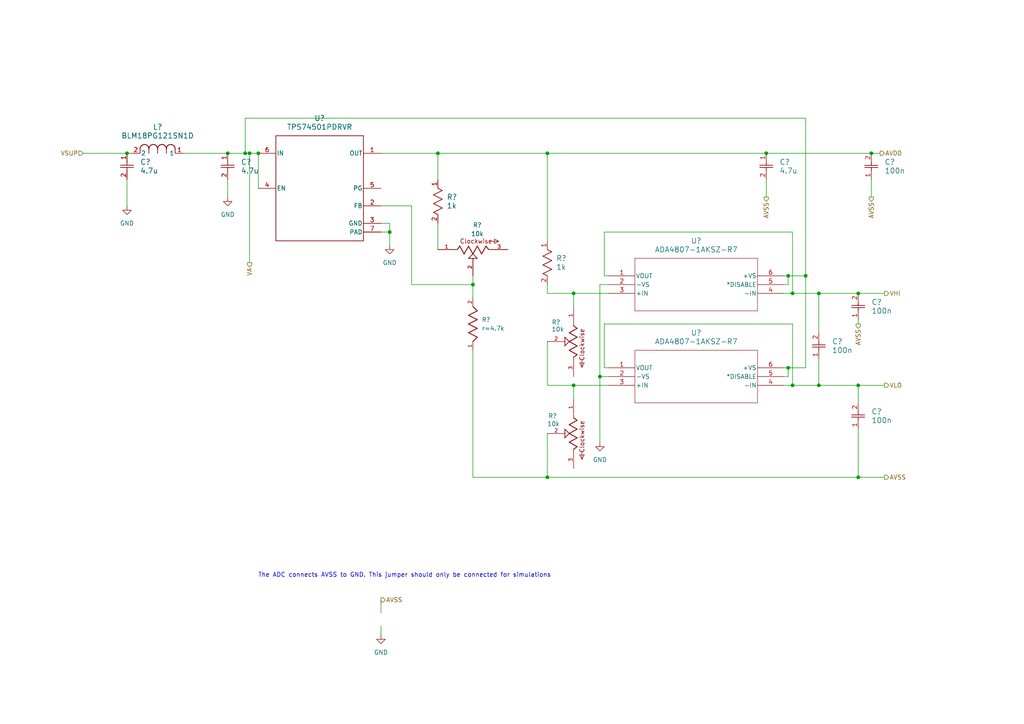
<source format=kicad_sch>
(kicad_sch (version 20231120) (generator "eeschema") (generator_version "8.0")
  (paper "A4")
  (lib_symbols
    (symbol "Cap100nF:CL05B104KP5NNNC" (pin_names (offset 0.254))
      (property "Reference" "C" (at 3.81 3.81 0))
      (property "Value" "CL05B104KP5NNNC" (at 3.81 -3.81 0))
      (symbol "CL05B104KP5NNNC_1_1"
        (polyline (pts (xy 2.54 0) (xy 3.4798 0)) (stroke (width 0.2032)))
        (polyline (pts (xy 3.4798 -1.905) (xy 3.4798 1.905)) (stroke (width 0.2032)))
        (polyline (pts (xy 4.1148 -1.905) (xy 4.1148 1.905)) (stroke (width 0.2032)))
        (polyline (pts (xy 4.1148 0) (xy 5.08 0)) (stroke (width 0.2032)))
        (pin unspecified line (at 0 0 0) (length 2.54) (name "") (number "1"))
        (pin unspecified line (at 7.62 0 180) (length 2.54) (name "") (number "2"))
      )
      (symbol "CL05B104KP5NNNC_1_2"
        (polyline (pts (xy -1.905 -4.1148) (xy 1.905 -4.1148)) (stroke (width 0.2032)))
        (polyline (pts (xy -1.905 -3.4798) (xy 1.905 -3.4798)) (stroke (width 0.2032)))
        (polyline (pts (xy 0 -4.1148) (xy 0 -5.08)) (stroke (width 0.2032)))
        (polyline (pts (xy 0 -2.54) (xy 0 -3.4798)) (stroke (width 0.2032)))
        (pin unspecified line (at 0 0 270) (length 2.54) (name "") (number "1"))
        (pin unspecified line (at 0 -7.62 90) (length 2.54) (name "") (number "2"))
      )
    )
    (symbol "Cap4.7uF:CL10A475KP8NNNC" (pin_names (offset 0.254))
      (property "Reference" "C" (at 3.81 3.81 0))
      (property "Value" "CL10A475KP8NNNC" (at 3.81 -3.81 0))
      (symbol "CL10A475KP8NNNC_1_1"
        (polyline (pts (xy 2.54 0) (xy 3.4798 0)) (stroke (width 0.2032)))
        (polyline (pts (xy 3.4798 -1.905) (xy 3.4798 1.905)) (stroke (width 0.2032)))
        (polyline (pts (xy 4.1148 -1.905) (xy 4.1148 1.905)) (stroke (width 0.2032)))
        (polyline (pts (xy 4.1148 0) (xy 5.08 0)) (stroke (width 0.2032)))
        (pin unspecified line (at 0 0 0) (length 2.54) (name "") (number "1"))
        (pin unspecified line (at 7.62 0 180) (length 2.54) (name "") (number "2"))
      )
      (symbol "CL10A475KP8NNNC_1_2"
        (polyline (pts (xy -1.905 -4.1148) (xy 1.905 -4.1148)) (stroke (width 0.2032)))
        (polyline (pts (xy -1.905 -3.4798) (xy 1.905 -3.4798)) (stroke (width 0.2032)))
        (polyline (pts (xy 0 -4.1148) (xy 0 -5.08)) (stroke (width 0.2032)))
        (polyline (pts (xy 0 -2.54) (xy 0 -3.4798)) (stroke (width 0.2032)))
        (pin unspecified line (at 0 0 270) (length 2.54) (name "") (number "1"))
        (pin unspecified line (at 0 -7.62 90) (length 2.54) (name "") (number "2"))
      )
    )
    (symbol "LDO:TPS74501PDRVR" (pin_names (offset 0.254))
      (property "Reference" "U" (at 0 2.54 0))
      (property "Value" "TPS74501PDRVR" (at 0 0 0))
      (symbol "TPS74501PDRVR_0_1"
        (polyline (pts (xy -12.7 -15.24) (xy 12.7 -15.24)) (stroke (width 0.2032)))
        (polyline (pts (xy -12.7 15.24) (xy -12.7 -15.24)) (stroke (width 0.2032)))
        (polyline (pts (xy 12.7 -15.24) (xy 12.7 15.24)) (stroke (width 0.2032)))
        (polyline (pts (xy 12.7 15.24) (xy -12.7 15.24)) (stroke (width 0.2032)))
        (pin power_in line (at 17.78 10.16 180) (length 5.08) (name "OUT") (number "1"))
        (pin input line (at 17.78 -5.08 180) (length 5.08) (name "FB") (number "2"))
        (pin power_in line (at 17.78 -10.16 180) (length 5.08) (name "GND") (number "3"))
        (pin input line (at -17.78 0 0) (length 5.08) (name "EN") (number "4"))
        (pin open_collector line (at 17.78 0 180) (length 5.08) (name "PG") (number "5"))
        (pin power_in line (at -17.78 10.16 0) (length 5.08) (name "IN") (number "6"))
        (pin power_in line (at 17.78 -12.7 180) (length 5.08) (name "PAD") (number "7"))
      )
    )
    (symbol "Opamp:ADA4807-1AKSZ-R7" (pin_names (offset 0.254))
      (property "Reference" "U" (at 25.4 10.16 0))
      (property "Value" "ADA4807-1AKSZ-R7" (at 25.4 7.62 0))
      (symbol "ADA4807-1AKSZ-R7_0_1"
        (polyline (pts (xy 7.62 -10.16) (xy 43.18 -10.16)) (stroke (width 0.127)))
        (polyline (pts (xy 7.62 5.08) (xy 7.62 -10.16)) (stroke (width 0.127)))
        (polyline (pts (xy 43.18 -10.16) (xy 43.18 5.08)) (stroke (width 0.127)))
        (polyline (pts (xy 43.18 5.08) (xy 7.62 5.08)) (stroke (width 0.127)))
        (pin power_in line (at 0 0 0) (length 7.62) (name "VOUT") (number "1"))
        (pin power_in line (at 0 -2.54 0) (length 7.62) (name "-VS") (number "2"))
        (pin input line (at 0 -5.08 0) (length 7.62) (name "+IN") (number "3"))
        (pin input line (at 50.8 -5.08 180) (length 7.62) (name "-IN") (number "4"))
        (pin unspecified line (at 50.8 -2.54 180) (length 7.62) (name "*DISABLE") (number "5"))
        (pin power_in line (at 50.8 0 180) (length 7.62) (name "+VS") (number "6"))
      )
    )
    (symbol "Resistor1k:RC0402JR-071KL" (pin_names (offset 0.254))
      (property "Reference" "R" (at 5.715 3.81 0))
      (property "Value" "RC0402JR-071KL" (at 6.35 -3.81 0))
      (symbol "RC0402JR-071KL_1_1"
        (polyline (pts (xy 2.54 0) (xy 3.175 1.27)) (stroke (width 0.2032)))
        (polyline (pts (xy 3.175 1.27) (xy 4.445 -1.27)) (stroke (width 0.2032)))
        (polyline (pts (xy 4.445 -1.27) (xy 5.715 1.27)) (stroke (width 0.2032)))
        (polyline (pts (xy 5.715 1.27) (xy 6.985 -1.27)) (stroke (width 0.2032)))
        (polyline (pts (xy 6.985 -1.27) (xy 8.255 1.27)) (stroke (width 0.2032)))
        (polyline (pts (xy 8.255 1.27) (xy 9.525 -1.27)) (stroke (width 0.2032)))
        (polyline (pts (xy 9.525 -1.27) (xy 10.16 0)) (stroke (width 0.2032)))
        (pin unspecified line (at 12.7 0 180) (length 2.54) (name "") (number "1"))
        (pin unspecified line (at 0 0 0) (length 2.54) (name "") (number "2"))
      )
      (symbol "RC0402JR-071KL_1_2"
        (polyline (pts (xy -1.27 3.175) (xy 1.27 4.445)) (stroke (width 0.2032)))
        (polyline (pts (xy -1.27 5.715) (xy 1.27 6.985)) (stroke (width 0.2032)))
        (polyline (pts (xy -1.27 8.255) (xy 1.27 9.525)) (stroke (width 0.2032)))
        (polyline (pts (xy 0 2.54) (xy -1.27 3.175)) (stroke (width 0.2032)))
        (polyline (pts (xy 1.27 4.445) (xy -1.27 5.715)) (stroke (width 0.2032)))
        (polyline (pts (xy 1.27 6.985) (xy -1.27 8.255)) (stroke (width 0.2032)))
        (polyline (pts (xy 1.27 9.525) (xy 0 10.16)) (stroke (width 0.2032)))
        (pin unspecified line (at 0 12.7 270) (length 2.54) (name "") (number "1"))
        (pin unspecified line (at 0 0 90) (length 2.54) (name "") (number "2"))
      )
    )
    (symbol "ferriteBeads120Ohm:BLM18PG121SN1D" (pin_names (offset 0.254))
      (property "Reference" "L" (at 6.985 5.08 0))
      (property "Value" "BLM18PG121SN1D" (at 6.985 -2.54 0))
      (symbol "BLM18PG121SN1D_1_1"
        (polyline (pts (xy 2.54 0) (xy 2.54 1.27)) (stroke (width 0.2032)))
        (polyline (pts (xy 5.08 0) (xy 5.08 1.27)) (stroke (width 0.2032)))
        (polyline (pts (xy 7.62 0) (xy 7.62 1.27)) (stroke (width 0.2032)))
        (polyline (pts (xy 10.16 0) (xy 10.16 1.27)) (stroke (width 0.2032)))
        (polyline (pts (xy 12.7 0) (xy 12.7 1.27)) (stroke (width 0.2032)))
        (arc (start 5.08 1.27) (mid 3.81 2.5344) (end 2.54 1.27) (stroke (width 0.254)))
        (arc (start 7.62 1.27) (mid 6.35 2.5344) (end 5.08 1.27) (stroke (width 0.254)))
        (arc (start 10.16 1.27) (mid 8.89 2.5344) (end 7.62 1.27) (stroke (width 0.254)))
        (arc (start 12.7 1.27) (mid 11.43 2.5344) (end 10.16 1.27) (stroke (width 0.254)))
        (pin unspecified line (at 15.24 0 180) (length 2.54) (name "1") (number "1"))
        (pin unspecified line (at 0 0 0) (length 2.54) (name "2") (number "2"))
      )
      (symbol "BLM18PG121SN1D_1_2"
        (arc (start -1.27 5.08) (mid -2.5344 3.81) (end -1.27 2.54) (stroke (width 0.254)))
        (arc (start -1.27 7.62) (mid -2.5344 6.35) (end -1.27 5.08) (stroke (width 0.254)))
        (arc (start -1.27 10.16) (mid -2.5344 8.89) (end -1.27 7.62) (stroke (width 0.254)))
        (arc (start -1.27 12.7) (mid -2.5344 11.43) (end -1.27 10.16) (stroke (width 0.254)))
        (polyline (pts (xy 0 2.54) (xy -1.27 2.54)) (stroke (width 0.2032)))
        (polyline (pts (xy 0 5.08) (xy -1.27 5.08)) (stroke (width 0.2032)))
        (polyline (pts (xy 0 7.62) (xy -1.27 7.62)) (stroke (width 0.2032)))
        (polyline (pts (xy 0 10.16) (xy -1.27 10.16)) (stroke (width 0.2032)))
        (polyline (pts (xy 0 12.7) (xy -1.27 12.7)) (stroke (width 0.2032)))
        (pin unspecified line (at 0 15.24 270) (length 2.54) (name "1") (number "1"))
        (pin unspecified line (at 0 0 90) (length 2.54) (name "2") (number "2"))
      )
    )
    (symbol "pot_10turn:PV37W103C01B00" (pin_names (offset 1.016))
      (property "Reference" "R" (at -10.6887 7.6348 0))
      (property "Value" "PV37W103C01B00" (at -10.6887 -5.5953 0))
      (symbol "PV37W103C01B00_0_0"
        (polyline (pts (xy -4.572 0) (xy -5.08 0)) (stroke (width 0.1524)))
        (polyline (pts (xy -3.81 -1.016) (xy -4.572 0)) (stroke (width 0.254)))
        (polyline (pts (xy -2.54 1.27) (xy -3.81 -1.016)) (stroke (width 0.254)))
        (polyline (pts (xy -1.27 -1.016) (xy -2.54 1.27)) (stroke (width 0.254)))
        (polyline (pts (xy -1.27 2.54) (xy 1.27 2.54)) (stroke (width 0.2032)))
        (polyline (pts (xy 0 1.27) (xy -1.27 -1.016)) (stroke (width 0.254)))
        (polyline (pts (xy 0 1.27) (xy -1.27 2.54)) (stroke (width 0.2032)))
        (polyline (pts (xy 1.27 -1.016) (xy 0 1.27)) (stroke (width 0.254)))
        (polyline (pts (xy 1.27 2.54) (xy 0 1.27)) (stroke (width 0.2032)))
        (polyline (pts (xy 2.54 1.27) (xy 1.27 -1.016)) (stroke (width 0.254)))
        (polyline (pts (xy 3.81 -1.016) (xy 2.54 1.27)) (stroke (width 0.254)))
        (polyline (pts (xy 4.572 0) (xy 3.81 -1.016)) (stroke (width 0.254)))
        (polyline (pts (xy 4.953 -2.413) (xy 7.493 -2.413)) (stroke (width 0.1524)))
        (polyline (pts (xy 5.08 0) (xy 4.572 0)) (stroke (width 0.1524)))
        (polyline (pts (xy 6.223 -3.048) (xy 6.223 -1.778)) (stroke (width 0.1524)))
        (polyline (pts (xy 6.223 -1.778) (xy 7.493 -2.413)) (stroke (width 0.1524)))
        (polyline (pts (xy 7.493 -2.413) (xy 6.223 -3.048)) (stroke (width 0.1524)))
        (text "Clockwise" (at -3.81 -3.175 0) (effects (font (size 1.27 1.27)) (justify left bottom)))
        (pin passive line (at -10.16 0 0) (length 5.08) (name "~") (number "1"))
        (pin passive line (at 0 7.62 270) (length 5.08) (name "~") (number "2"))
        (pin passive line (at 10.16 0 180) (length 5.08) (name "~") (number "3"))
      )
    )
    (symbol "power:GND" (power) (pin_numbers hide) (pin_names (offset 0) hide)
      (property "Value" "GND" (at 0 -3.81 0))
      (symbol "GND_0_1"
        (polyline (pts (xy 0 0) (xy 0 -1.27) (xy 1.27 -1.27) (xy 0 -2.54) (xy -1.27 -1.27) (xy 0 -1.27)))
      )
      (symbol "GND_1_1"
        (pin power_in line (at 0 0 270) (length 0) (name "~") (number "1"))
      )
    )
    (symbol "resistor4.7k:RC0402FR-074K7L" (pin_names (offset 1.016))
      (property "Reference" "R" (at -4.447 2.0075 0))
      (property "Value" "RC0402FR-074K7L" (at -4.4467 -3.5574 0))
      (symbol "RC0402FR-074K7L_0_0"
        (polyline (pts (xy -5.08 0) (xy -3.81 -1.27)) (stroke (width 0.254)))
        (polyline (pts (xy -3.81 -1.27) (xy -2.54 1.27)) (stroke (width 0.254)))
        (polyline (pts (xy -2.54 1.27) (xy -1.27 -1.27)) (stroke (width 0.254)))
        (polyline (pts (xy -1.27 -1.27) (xy 0 1.27)) (stroke (width 0.254)))
        (polyline (pts (xy 0 1.27) (xy 1.27 -1.27)) (stroke (width 0.254)))
        (polyline (pts (xy 1.27 -1.27) (xy 2.54 1.27)) (stroke (width 0.254)))
        (polyline (pts (xy 2.54 1.27) (xy 3.81 -1.27)) (stroke (width 0.254)))
        (polyline (pts (xy 3.81 -1.27) (xy 5.08 0)) (stroke (width 0.254)))
        (pin passive line (at -7.62 0 0) (length 2.54) (name "~") (number "1"))
        (pin passive line (at 7.62 0 180) (length 2.54) (name "~") (number "2"))
      )
    )
  )
  (junction (at 113.03 67.31))
  (junction (at 237.49 111.76))
  (junction (at 158.75 44.45))
  (junction (at 228.6 106.68))
  (junction (at 166.37 111.76))
  (junction (at 229.87 111.76))
  (junction (at 248.92 85.09))
  (junction (at 71.12 44.45))
  (junction (at 74.93 44.45))
  (junction (at 72.39 44.45))
  (junction (at 252.73 44.45))
  (junction (at 173.99 109.22))
  (junction (at 237.49 85.09))
  (junction (at 228.6 80.01))
  (junction (at 36.83 44.45))
  (junction (at 66.04 44.45))
  (junction (at 222.25 44.45))
  (junction (at 166.37 85.09))
  (junction (at 158.75 138.43))
  (junction (at 248.92 138.43))
  (junction (at 248.92 111.76))
  (junction (at 229.87 85.09))
  (junction (at 137.16 82.55))
  (junction (at 127 44.45))
  (junction (at 233.68 80.01))
  (wire (pts (xy 36.83 44.45) (xy 38.1 44.45)))
  (wire (pts (xy 175.26 106.68) (xy 176.53 106.68)))
  (wire (pts (xy 252.73 52.07) (xy 252.73 57.15)))
  (wire (pts (xy 158.75 82.55) (xy 158.75 85.09)))
  (wire (pts (xy 222.25 52.07) (xy 222.25 57.15)))
  (wire (pts (xy 71.12 44.45) (xy 72.39 44.45)))
  (wire (pts (xy 137.16 138.43) (xy 158.75 138.43)))
  (wire (pts (xy 119.38 82.55) (xy 137.16 82.55)))
  (wire (pts (xy 227.33 111.76) (xy 229.87 111.76)))
  (wire (pts (xy 137.16 82.55) (xy 137.16 86.36)))
  (wire (pts (xy 110.49 64.77) (xy 113.03 64.77)))
  (wire (pts (xy 173.99 109.22) (xy 173.99 128.27)))
  (wire (pts (xy 110.49 173.99) (xy 110.49 177.8)))
  (wire (pts (xy 227.33 106.68) (xy 228.6 106.68)))
  (wire (pts (xy 228.6 106.68) (xy 233.68 106.68)))
  (wire (pts (xy 175.26 80.01) (xy 176.53 80.01)))
  (wire (pts (xy 166.37 85.09) (xy 166.37 88.9)))
  (wire (pts (xy 248.92 92.71) (xy 248.92 93.98)))
  (wire (pts (xy 228.6 80.01) (xy 228.6 82.55)))
  (wire (pts (xy 229.87 111.76) (xy 237.49 111.76)))
  (wire (pts (xy 71.12 34.29) (xy 233.68 34.29)))
  (wire (pts (xy 227.33 80.01) (xy 228.6 80.01)))
  (wire (pts (xy 110.49 181.61) (xy 110.49 184.15)))
  (wire (pts (xy 113.03 64.77) (xy 113.03 67.31)))
  (wire (pts (xy 158.75 99.06) (xy 158.75 111.76)))
  (wire (pts (xy 72.39 44.45) (xy 72.39 76.2)))
  (wire (pts (xy 127 64.77) (xy 127 72.39)))
  (wire (pts (xy 158.75 85.09) (xy 166.37 85.09)))
  (wire (pts (xy 237.49 111.76) (xy 248.92 111.76)))
  (wire (pts (xy 119.38 82.55) (xy 119.38 59.69)))
  (wire (pts (xy 36.83 52.07) (xy 36.83 59.69)))
  (wire (pts (xy 175.26 93.98) (xy 175.26 106.68)))
  (wire (pts (xy 228.6 106.68) (xy 228.6 109.22)))
  (wire (pts (xy 166.37 111.76) (xy 166.37 115.57)))
  (wire (pts (xy 248.92 116.84) (xy 248.92 111.76)))
  (wire (pts (xy 74.93 44.45) (xy 74.93 54.61)))
  (wire (pts (xy 127 44.45) (xy 158.75 44.45)))
  (wire (pts (xy 66.04 57.15) (xy 66.04 52.07)))
  (wire (pts (xy 158.75 125.73) (xy 158.75 138.43)))
  (wire (pts (xy 158.75 44.45) (xy 222.25 44.45)))
  (wire (pts (xy 173.99 82.55) (xy 176.53 82.55)))
  (wire (pts (xy 175.26 67.31) (xy 175.26 80.01)))
  (wire (pts (xy 166.37 85.09) (xy 176.53 85.09)))
  (wire (pts (xy 228.6 80.01) (xy 233.68 80.01)))
  (wire (pts (xy 66.04 44.45) (xy 71.12 44.45)))
  (wire (pts (xy 173.99 82.55) (xy 173.99 109.22)))
  (wire (pts (xy 229.87 93.98) (xy 175.26 93.98)))
  (wire (pts (xy 229.87 111.76) (xy 229.87 93.98)))
  (wire (pts (xy 110.49 67.31) (xy 113.03 67.31)))
  (wire (pts (xy 248.92 85.09) (xy 256.54 85.09)))
  (wire (pts (xy 227.33 82.55) (xy 228.6 82.55)))
  (wire (pts (xy 252.73 44.45) (xy 255.27 44.45)))
  (wire (pts (xy 233.68 34.29) (xy 233.68 80.01)))
  (wire (pts (xy 137.16 101.6) (xy 137.16 138.43)))
  (wire (pts (xy 137.16 80.01) (xy 137.16 82.55)))
  (wire (pts (xy 229.87 85.09) (xy 237.49 85.09)))
  (wire (pts (xy 71.12 44.45) (xy 71.12 34.29)))
  (wire (pts (xy 113.03 67.31) (xy 113.03 71.12)))
  (wire (pts (xy 237.49 85.09) (xy 237.49 96.52)))
  (wire (pts (xy 222.25 44.45) (xy 252.73 44.45)))
  (wire (pts (xy 248.92 111.76) (xy 256.54 111.76)))
  (wire (pts (xy 248.92 138.43) (xy 256.54 138.43)))
  (wire (pts (xy 119.38 59.69) (xy 110.49 59.69)))
  (wire (pts (xy 127 44.45) (xy 127 52.07)))
  (wire (pts (xy 229.87 85.09) (xy 229.87 67.31)))
  (wire (pts (xy 166.37 111.76) (xy 176.53 111.76)))
  (wire (pts (xy 237.49 85.09) (xy 248.92 85.09)))
  (wire (pts (xy 233.68 80.01) (xy 233.68 106.68)))
  (wire (pts (xy 158.75 111.76) (xy 166.37 111.76)))
  (wire (pts (xy 237.49 104.14) (xy 237.49 111.76)))
  (wire (pts (xy 110.49 44.45) (xy 127 44.45)))
  (wire (pts (xy 248.92 124.46) (xy 248.92 138.43)))
  (wire (pts (xy 227.33 85.09) (xy 229.87 85.09)))
  (wire (pts (xy 229.87 67.31) (xy 175.26 67.31)))
  (wire (pts (xy 227.33 109.22) (xy 228.6 109.22)))
  (wire (pts (xy 173.99 109.22) (xy 176.53 109.22)))
  (wire (pts (xy 158.75 44.45) (xy 158.75 69.85)))
  (wire (pts (xy 53.34 44.45) (xy 66.04 44.45)))
  (wire (pts (xy 24.13 44.45) (xy 36.83 44.45)))
  (wire (pts (xy 158.75 138.43) (xy 248.92 138.43)))
  (wire (pts (xy 72.39 44.45) (xy 74.93 44.45)))
  (text "The ADC connects AVSS to GND. This jumper should only be connected for simulations" (at 117.348 166.878 0) (effects (font (size 1.27 1.27))))
  (hierarchical_label "VSUP" (shape input) (at 24.13 44.45 180))
  (hierarchical_label "VA" (shape output) (at 72.39 76.2 270))
  (hierarchical_label "AVSS" (shape output) (at 252.73 57.15 270))
  (hierarchical_label "AVSS" (shape output) (at 256.54 138.43 0))
  (hierarchical_label "AVSS" (shape output) (at 110.49 173.99 0))
  (hierarchical_label "AVDD" (shape output) (at 255.27 44.45 0))
  (hierarchical_label "AVSS" (shape output) (at 222.25 57.15 270))
  (hierarchical_label "VHI" (shape output) (at 256.54 85.09 0))
  (hierarchical_label "AVSS" (shape output) (at 248.92 93.98 270))
  (hierarchical_label "VLO" (shape output) (at 256.54 111.76 0))
  (symbol (lib_id "Resistor1k:RC0402JR-071KL") (at 158.75 82.55 90) (unit 1)
    (property "Reference" "R?" (at 161.29 74.9299 90) (effects (font (size 1.524 1.524)) (justify right)))
    (property "Value" "1k" (at 161.29 77.4699 90) (effects (font (size 1.524 1.524)) (justify right)))
    (property "Footprint" "RC0402N_YAG" (effects (hide yes)))
    (property "Datasheet" "RC0402JR-071KL" (effects (hide yes)))
    (property "Sim.Device" "R" (effects (hide yes)))
    (property "Sim.Pins" "1=+ 2=-" (effects (hide yes)))
    (property "Sim.Params" "r=1k" (effects (hide yes)))
    (property "Sim.Type" "=" (effects (hide yes)))
  )
  (symbol (lib_id "Resistor1k:RC0402JR-071KL") (at 127 64.77 90) (unit 1)
    (property "Reference" "R?" (at 129.54 57.1499 90) (effects (font (size 1.524 1.524)) (justify right)))
    (property "Value" "1k" (at 129.54 59.6899 90) (effects (font (size 1.524 1.524)) (justify right)))
    (property "Footprint" "RC0402N_YAG" (effects (hide yes)))
    (property "Datasheet" "RC0402JR-071KL" (effects (hide yes)))
    (property "Sim.Device" "R" (effects (hide yes)))
    (property "Sim.Pins" "1=+ 2=-" (effects (hide yes)))
    (property "Sim.Params" "r=1k" (effects (hide yes)))
    (property "Sim.Type" "=" (effects (hide yes)))
  )
  (symbol (lib_id "resistor4.7k:RC0402FR-074K7L") (at 137.16 93.98 90) (unit 1)
    (property "Reference" "R?" (at 139.7 92.7099 90) (effects (justify right)))
    (property "Value" "${SIM.PARAMS}" (at 139.7 95.2499 90) (effects (justify right)))
    (property "Footprint" "RC0402FR-074K7L:RESC1005X40" (effects (hide yes)))
    (property "DigiKey_Part_Number" "311-4.7KLRTR-ND" (effects (hide yes)))
    (property "SnapEDA_Link" "https://www.snapeda.com/parts/RC0402FR-074K7L/Yageo/view-part/?ref=snap" (effects (hide yes)))
    (property "Description_1" "\n4.7 kOhms ±1% 0.063W, 1/16W Chip Resistor 0402 (1005 Metric) Moisture Resistant Thick Film\n" (effects (hide yes)))
    (property "Package" "1005 Panasonic Electronic Components" (effects (hide yes)))
    (property "Check_prices" "https://www.snapeda.com/parts/RC0402FR-074K7L/Yageo/view-part/?ref=eda" (effects (hide yes)))
    (property "MF" "Yageo" (effects (hide yes)))
    (property "MP" "RC0402FR-074K7L" (effects (hide yes)))
    (property "MANUFACTURER" "YAGEO" (effects (hide yes)))
    (property "Sim.Device" "R" (effects (hide yes)))
    (property "Sim.Type" "=" (effects (hide yes)))
    (property "Sim.Params" "r=4.7k" (effects (hide yes)))
    (property "Sim.Pins" "1=+ 2=-" (effects (hide yes)))
  )
  (symbol (lib_id "pot_10turn:PV37W103C01B00") (at 137.16 72.39 0) (mirror x) (unit 1)
    (property "Reference" "R?" (at 138.43 65.278 0))
    (property "Value" "10k" (at 138.43 67.818 0))
    (property "Footprint" "ECE628_lib:potentiometer_10turn" (effects (hide yes)))
    (property "PARTREV" "08/19" (effects (hide yes)))
    (property "STANDARD" "Manufacturer recommendations" (effects (hide yes)))
    (property "MAXIMUM_PACKAGE_HEIGHT" "7.75 mm" (effects (hide yes)))
    (property "MANUFACTURER" "Bourns" (effects (hide yes)))
    (property "Sim.Device" "R" (effects (hide yes)))
    (property "Sim.Type" "POT" (effects (hide yes)))
    (property "Sim.Pins" "1=r0 2=wiper 3=r1" (effects (hide yes)))
    (property "Sim.Params" "r=10k" (effects (hide yes)))
  )
  (symbol (lib_id "Cap100nF:CL05B104KP5NNNC") (at 248.92 92.71 90) (unit 1)
    (property "Reference" "C?" (at 252.73 87.6299 90) (effects (font (size 1.524 1.524)) (justify right)))
    (property "Value" "100n" (at 252.73 90.1699 90) (effects (font (size 1.524 1.524)) (justify right)))
    (property "Footprint" "cap100nFFootprints:CAP_CL05_SAM" (effects (hide yes)))
    (property "Datasheet" "CL05B104KP5NNNC" (effects (hide yes)))
    (property "Sim.Device" "C" (effects (hide yes)))
    (property "Sim.Pins" "1=+ 2=-" (effects (hide yes)))
    (property "Sim.Params" "c=100n" (effects (hide yes)))
    (property "Sim.Type" "=" (effects (hide yes)))
  )
  (symbol (lib_id "Opamp:ADA4807-1AKSZ-R7") (at 176.53 106.68 0) (unit 1)
    (property "Reference" "U?" (at 201.93 96.52 0) (effects (font (size 1.524 1.524))))
    (property "Value" "ADA4807-1AKSZ-R7" (at 201.93 99.06 0) (effects (font (size 1.524 1.524))))
    (property "Footprint" "opampADA4807Footprints:KS-6_ADI" (effects (hide yes)))
    (property "Datasheet" "ADA4807-1AKSZ-R7" (effects (hide yes)))
    (property "Sim.Library" "/home/maxwell/github-repos/sp-24-EE628/6_Test/2_PCB/test_board_1/TestBoardEDA/models/ADA4807.cir" (effects (hide yes)))
    (property "Sim.Name" "ADA4807" (effects (hide yes)))
    (property "Sim.Device" "SUBCKT" (effects (hide yes)))
    (property "Sim.Pins" "1=104 2=103 3=100 4=101 5=106 6=102" (effects (hide yes)))
  )
  (symbol (lib_id "Cap100nF:CL05B104KP5NNNC") (at 252.73 52.07 90) (unit 1)
    (property "Reference" "C?" (at 256.54 46.9899 90) (effects (font (size 1.524 1.524)) (justify right)))
    (property "Value" "100n" (at 256.54 49.5299 90) (effects (font (size 1.524 1.524)) (justify right)))
    (property "Footprint" "cap100nFFootprints:CAP_CL05_SAM" (effects (hide yes)))
    (property "Datasheet" "CL05B104KP5NNNC" (effects (hide yes)))
    (property "Sim.Device" "C" (effects (hide yes)))
    (property "Sim.Pins" "1=+ 2=-" (effects (hide yes)))
    (property "Sim.Params" "c=100n" (effects (hide yes)))
    (property "Sim.Type" "=" (effects (hide yes)))
  )
  (symbol (lib_id "Cap100nF:CL05B104KP5NNNC") (at 237.49 104.14 90) (unit 1)
    (property "Reference" "C?" (at 241.3 99.0599 90) (effects (font (size 1.524 1.524)) (justify right)))
    (property "Value" "100n" (at 241.3 101.5999 90) (effects (font (size 1.524 1.524)) (justify right)))
    (property "Footprint" "cap100nFFootprints:CAP_CL05_SAM" (effects (hide yes)))
    (property "Datasheet" "CL05B104KP5NNNC" (effects (hide yes)))
    (property "Sim.Device" "C" (effects (hide yes)))
    (property "Sim.Pins" "1=+ 2=-" (effects (hide yes)))
    (property "Sim.Params" "c=100n" (effects (hide yes)))
    (property "Sim.Type" "=" (effects (hide yes)))
  )
  (symbol (lib_id "power:GND") (at 110.49 184.15 0) (unit 1)
    (property "Reference" "#PWR?" (effects (hide yes)))
    (property "Value" "GND" (at 110.49 189.23 0))
    (property "Description" "Power symbol creates a global label with name \"GND\" , ground" (effects (hide yes)))
  )
  (symbol (lib_id "LDO:TPS74501PDRVR") (at 92.71 54.61 0) (unit 1)
    (property "Reference" "U?" (at 92.71 34.29 0) (effects (font (size 1.524 1.524))))
    (property "Value" "TPS74501PDRVR" (at 92.71 36.83 0) (effects (font (size 1.524 1.524))))
    (property "Footprint" "tps745Footprints:DRV0006A" (effects (hide yes)))
    (property "Datasheet" "TPS74501PDRVR" (effects (hide yes)))
    (property "Sim.Library" "/home/maxwell/github-repos/sp-24-EE628/6_Test/2_PCB/test_board_1/TestBoardEDA/models/TPS74501P_TRANS.lib" (effects (hide yes)))
    (property "Sim.Name" "TPS74501P_TRANS" (effects (hide yes)))
    (property "Sim.Device" "SUBCKT" (effects (hide yes)))
    (property "Sim.Pins" "1=VOUT 2=FB 3=GND 4=EN 5=PG 6=VIN" (effects (hide yes)))
  )
  (symbol (lib_id "Cap100nF:CL05B104KP5NNNC") (at 248.92 124.46 90) (unit 1)
    (property "Reference" "C?" (at 252.73 119.3799 90) (effects (font (size 1.524 1.524)) (justify right)))
    (property "Value" "100n" (at 252.73 121.9199 90) (effects (font (size 1.524 1.524)) (justify right)))
    (property "Footprint" "cap100nFFootprints:CAP_CL05_SAM" (effects (hide yes)))
    (property "Datasheet" "CL05B104KP5NNNC" (effects (hide yes)))
    (property "Sim.Device" "C" (effects (hide yes)))
    (property "Sim.Pins" "1=+ 2=-" (effects (hide yes)))
    (property "Sim.Params" "c=100n" (effects (hide yes)))
    (property "Sim.Type" "=" (effects (hide yes)))
  )
  (symbol (lib_id "power:GND") (at 66.04 57.15 0) (unit 1)
    (property "Reference" "#PWR?" (effects (hide yes)))
    (property "Value" "GND" (at 66.04 62.23 0))
    (property "Description" "Power symbol creates a global label with name \"GND\" , ground" (effects (hide yes)))
  )
  (symbol (lib_id "pot_10turn:PV37W103C01B00") (at 166.37 99.06 90) (mirror x) (unit 1)
    (property "Reference" "R?" (at 161.29 93.472 90))
    (property "Value" "10k" (at 161.798 95.504 90))
    (property "Footprint" "ECE628_lib:potentiometer_10turn" (effects (hide yes)))
    (property "PARTREV" "08/19" (effects (hide yes)))
    (property "STANDARD" "Manufacturer recommendations" (effects (hide yes)))
    (property "MAXIMUM_PACKAGE_HEIGHT" "7.75 mm" (effects (hide yes)))
    (property "MANUFACTURER" "Bourns" (effects (hide yes)))
    (property "Sim.Device" "R" (effects (hide yes)))
    (property "Sim.Type" "POT" (effects (hide yes)))
    (property "Sim.Pins" "1=r0 2=wiper 3=r1" (effects (hide yes)))
    (property "Sim.Params" "r=10k pos=0.4" (effects (hide yes)))
  )
  (symbol (lib_id "Cap4.7uF:CL10A475KP8NNNC") (at 66.04 44.45 270) (unit 1)
    (property "Reference" "C?" (at 69.85 46.9899 90) (effects (font (size 1.524 1.524)) (justify left)))
    (property "Value" "4.7u" (at 69.85 49.5299 90) (effects (font (size 1.524 1.524)) (justify left)))
    (property "Footprint" "Cap4.7uFFootprints:CAP_0603_CL10A_1P6XP8_SAM" (effects (hide yes)))
    (property "Datasheet" "CL10A475KP8NNNC" (effects (hide yes)))
    (property "Sim.Library" "/home/maxwell/github-repos/sp-24-EE628/6_Test/2_PCB/test_board_1/TestBoardEDA/models/CL10A475KP8NNN_Precise_DC0V_25degC_P.lib" (effects (hide yes)))
    (property "Sim.Name" "CL10A475KP8NNN_Precise_DC0V_25degC" (effects (hide yes)))
    (property "Sim.Device" "SUBCKT" (effects (hide yes)))
    (property "Sim.Pins" "1=1 2=2" (effects (hide yes)))
  )
  (symbol (lib_id "ferriteBeads120Ohm:BLM18PG121SN1D") (at 38.1 44.45 0) (unit 1)
    (property "Reference" "L?" (at 45.72 36.83 0) (effects (font (size 1.524 1.524))))
    (property "Value" "BLM18PG121SN1D" (at 45.72 39.37 0) (effects (font (size 1.524 1.524))))
    (property "Footprint" "ferriteBead120OhmFootprints:IND_BLM18_0603_MUR" (effects (hide yes)))
    (property "Datasheet" "BLM18PG121SN1D" (effects (hide yes)))
    (property "Sim.Library" "/home/maxwell/github-repos/sp-24-EE628/6_Test/2_PCB/test_board_1/TestBoardEDA/models/BLM18PG121SN1.mod" (effects (hide yes)))
    (property "Sim.Name" "BLM18PG121SN1" (effects (hide yes)))
    (property "Sim.Device" "SUBCKT" (effects (hide yes)))
    (property "Sim.Pins" "1=port1 2=port2" (effects (hide yes)))
  )
  (symbol (lib_id "pot_10turn:PV37W103C01B00") (at 166.37 125.73 90) (mirror x) (unit 1)
    (property "Reference" "R?" (at 160.274 120.65 90))
    (property "Value" "10k" (at 160.528 122.936 90))
    (property "Footprint" "ECE628_lib:potentiometer_10turn" (effects (hide yes)))
    (property "PARTREV" "08/19" (effects (hide yes)))
    (property "STANDARD" "Manufacturer recommendations" (effects (hide yes)))
    (property "MAXIMUM_PACKAGE_HEIGHT" "7.75 mm" (effects (hide yes)))
    (property "MANUFACTURER" "Bourns" (effects (hide yes)))
    (property "Sim.Device" "R" (effects (hide yes)))
    (property "Sim.Type" "POT" (effects (hide yes)))
    (property "Sim.Pins" "1=r0 2=wiper 3=r1" (effects (hide yes)))
    (property "Sim.Params" "r=10k pos=0.2" (effects (hide yes)))
  )
  (symbol (lib_id "power:GND") (at 173.99 128.27 0) (unit 1)
    (property "Reference" "#PWR?" (effects (hide yes)))
    (property "Value" "GND" (at 173.99 133.35 0))
    (property "Description" "Power symbol creates a global label with name \"GND\" , ground" (effects (hide yes)))
  )
  (symbol (lib_id "Opamp:ADA4807-1AKSZ-R7") (at 176.53 80.01 0) (unit 1)
    (property "Reference" "U?" (at 201.93 69.85 0) (effects (font (size 1.524 1.524))))
    (property "Value" "ADA4807-1AKSZ-R7" (at 201.93 72.39 0) (effects (font (size 1.524 1.524))))
    (property "Footprint" "opampADA4807Footprints:KS-6_ADI" (effects (hide yes)))
    (property "Datasheet" "ADA4807-1AKSZ-R7" (effects (hide yes)))
    (property "Sim.Library" "/home/maxwell/github-repos/sp-24-EE628/6_Test/2_PCB/test_board_1/TestBoardEDA/models/ADA4807.cir" (effects (hide yes)))
    (property "Sim.Name" "ADA4807" (effects (hide yes)))
    (property "Sim.Device" "SUBCKT" (effects (hide yes)))
    (property "Sim.Pins" "1=104 2=103 3=100 4=101 5=106 6=102" (effects (hide yes)))
  )
  (symbol (lib_id "power:GND") (at 113.03 71.12 0) (unit 1)
    (property "Reference" "#PWR?" (effects (hide yes)))
    (property "Value" "GND" (at 113.03 76.2 0))
    (property "Description" "Power symbol creates a global label with name \"GND\" , ground" (effects (hide yes)))
  )
  (symbol (lib_id "power:GND") (at 36.83 59.69 0) (unit 1)
    (property "Reference" "#PWR?" (effects (hide yes)))
    (property "Value" "GND" (at 36.83 64.77 0))
    (property "Description" "Power symbol creates a global label with name \"GND\" , ground" (effects (hide yes)))
  )
  (symbol (lib_id "Cap4.7uF:CL10A475KP8NNNC") (at 222.25 44.45 270) (unit 1)
    (property "Reference" "C?" (at 226.06 46.9899 90) (effects (font (size 1.524 1.524)) (justify left)))
    (property "Value" "4.7u" (at 226.06 49.5299 90) (effects (font (size 1.524 1.524)) (justify left)))
    (property "Footprint" "Cap4.7uFFootprints:CAP_0603_CL10A_1P6XP8_SAM" (effects (hide yes)))
    (property "Datasheet" "CL10A475KP8NNNC" (effects (hide yes)))
    (property "Sim.Library" "/home/maxwell/github-repos/sp-24-EE628/6_Test/2_PCB/test_board_1/TestBoardEDA/models/CL10A475KP8NNN_Precise_DC0V_25degC_P.lib" (effects (hide yes)))
    (property "Sim.Name" "CL10A475KP8NNN_Precise_DC0V_25degC" (effects (hide yes)))
    (property "Sim.Device" "SUBCKT" (effects (hide yes)))
    (property "Sim.Pins" "1=1 2=2" (effects (hide yes)))
  )
  (symbol (lib_id "Cap4.7uF:CL10A475KP8NNNC") (at 36.83 44.45 270) (unit 1)
    (property "Reference" "C?" (at 40.64 46.9899 90) (effects (font (size 1.524 1.524)) (justify left)))
    (property "Value" "4.7u" (at 40.64 49.5299 90) (effects (font (size 1.524 1.524)) (justify left)))
    (property "Footprint" "Cap4.7uFFootprints:CAP_0603_CL10A_1P6XP8_SAM" (effects (hide yes)))
    (property "Datasheet" "CL10A475KP8NNNC" (effects (hide yes)))
    (property "Sim.Library" "/home/maxwell/github-repos/sp-24-EE628/6_Test/2_PCB/test_board_1/TestBoardEDA/models/CL10A475KP8NNN_Precise_DC0V_25degC_P.lib" (effects (hide yes)))
    (property "Sim.Name" "CL10A475KP8NNN_Precise_DC0V_25degC" (effects (hide yes)))
    (property "Sim.Device" "SUBCKT" (effects (hide yes)))
    (property "Sim.Pins" "1=1 2=2" (effects (hide yes)))
  )
)
</source>
